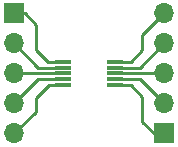
<source format=gbr>
%TF.GenerationSoftware,KiCad,Pcbnew,5.1.7-a382d34a8~87~ubuntu20.04.1*%
%TF.CreationDate,2020-11-06T18:29:20+02:00*%
%TF.ProjectId,BRK-MSOP-10-3x3-P0.5,42524b2d-4d53-44f5-902d-31302d337833,v1.0*%
%TF.SameCoordinates,Original*%
%TF.FileFunction,Copper,L1,Top*%
%TF.FilePolarity,Positive*%
%FSLAX46Y46*%
G04 Gerber Fmt 4.6, Leading zero omitted, Abs format (unit mm)*
G04 Created by KiCad (PCBNEW 5.1.7-a382d34a8~87~ubuntu20.04.1) date 2020-11-06 18:29:20*
%MOMM*%
%LPD*%
G01*
G04 APERTURE LIST*
%TA.AperFunction,ComponentPad*%
%ADD10O,1.700000X1.700000*%
%TD*%
%TA.AperFunction,ComponentPad*%
%ADD11R,1.700000X1.700000*%
%TD*%
%TA.AperFunction,SMDPad,CuDef*%
%ADD12R,1.400000X0.300000*%
%TD*%
%TA.AperFunction,Conductor*%
%ADD13C,0.250000*%
%TD*%
G04 APERTURE END LIST*
D10*
%TO.P,J2,5*%
%TO.N,PIN10*%
X106350000Y-94920000D03*
%TO.P,J2,4*%
%TO.N,PIN9*%
X106350000Y-97460000D03*
%TO.P,J2,3*%
%TO.N,PIN8*%
X106350000Y-100000000D03*
%TO.P,J2,2*%
%TO.N,PIN7*%
X106350000Y-102540000D03*
D11*
%TO.P,J2,1*%
%TO.N,PIN6*%
X106350000Y-105080000D03*
%TD*%
D10*
%TO.P,J1,5*%
%TO.N,PIN5*%
X93650000Y-105080000D03*
%TO.P,J1,4*%
%TO.N,PIN4*%
X93650000Y-102540000D03*
%TO.P,J1,3*%
%TO.N,PIN3*%
X93650000Y-100000000D03*
%TO.P,J1,2*%
%TO.N,PIN2*%
X93650000Y-97460000D03*
D11*
%TO.P,J1,1*%
%TO.N,PIN1*%
X93650000Y-94920000D03*
%TD*%
D12*
%TO.P,U1,10*%
%TO.N,PIN10*%
X102200000Y-99000000D03*
%TO.P,U1,9*%
%TO.N,PIN9*%
X102200000Y-99500000D03*
%TO.P,U1,8*%
%TO.N,PIN8*%
X102200000Y-100000000D03*
%TO.P,U1,7*%
%TO.N,PIN7*%
X102200000Y-100500000D03*
%TO.P,U1,6*%
%TO.N,PIN6*%
X102200000Y-101000000D03*
%TO.P,U1,5*%
%TO.N,PIN5*%
X97800000Y-101000000D03*
%TO.P,U1,4*%
%TO.N,PIN4*%
X97800000Y-100500000D03*
%TO.P,U1,3*%
%TO.N,PIN3*%
X97800000Y-100000000D03*
%TO.P,U1,2*%
%TO.N,PIN2*%
X97800000Y-99500000D03*
%TO.P,U1,1*%
%TO.N,PIN1*%
X97800000Y-99000000D03*
%TD*%
D13*
%TO.N,PIN1*%
X94520000Y-94920000D02*
X93650000Y-94920000D01*
X95500000Y-95900000D02*
X94520000Y-94920000D01*
X95500000Y-98000000D02*
X95500000Y-95900000D01*
X96500000Y-99000000D02*
X95500000Y-98000000D01*
X97800000Y-99000000D02*
X96500000Y-99000000D01*
%TO.N,PIN2*%
X95690000Y-99500000D02*
X93650000Y-97460000D01*
X97800000Y-99500000D02*
X95690000Y-99500000D01*
%TO.N,PIN3*%
X97800000Y-100000000D02*
X93650000Y-100000000D01*
%TO.N,PIN4*%
X95690000Y-100500000D02*
X93650000Y-102540000D01*
X97800000Y-100500000D02*
X95690000Y-100500000D01*
%TO.N,PIN5*%
X95500000Y-103230000D02*
X93650000Y-105080000D01*
X95500000Y-102100000D02*
X95500000Y-103230000D01*
X96600000Y-101000000D02*
X95500000Y-102100000D01*
X97800000Y-101000000D02*
X96600000Y-101000000D01*
%TO.N,PIN6*%
X105480000Y-105080000D02*
X106350000Y-105080000D01*
X104500000Y-104100000D02*
X105480000Y-105080000D01*
X104500000Y-102000000D02*
X104500000Y-104100000D01*
X103500000Y-101000000D02*
X104500000Y-102000000D01*
X102200000Y-101000000D02*
X103500000Y-101000000D01*
%TO.N,PIN7*%
X104310000Y-100500000D02*
X106350000Y-102540000D01*
X102200000Y-100500000D02*
X104310000Y-100500000D01*
%TO.N,PIN8*%
X102200000Y-100000000D02*
X106350000Y-100000000D01*
%TO.N,PIN9*%
X104310000Y-99500000D02*
X106350000Y-97460000D01*
X102200000Y-99500000D02*
X104310000Y-99500000D01*
%TO.N,PIN10*%
X104500000Y-96770000D02*
X106350000Y-94920000D01*
X104500000Y-98000000D02*
X104500000Y-96770000D01*
X103500000Y-99000000D02*
X104500000Y-98000000D01*
X102200000Y-99000000D02*
X103500000Y-99000000D01*
%TD*%
M02*

</source>
